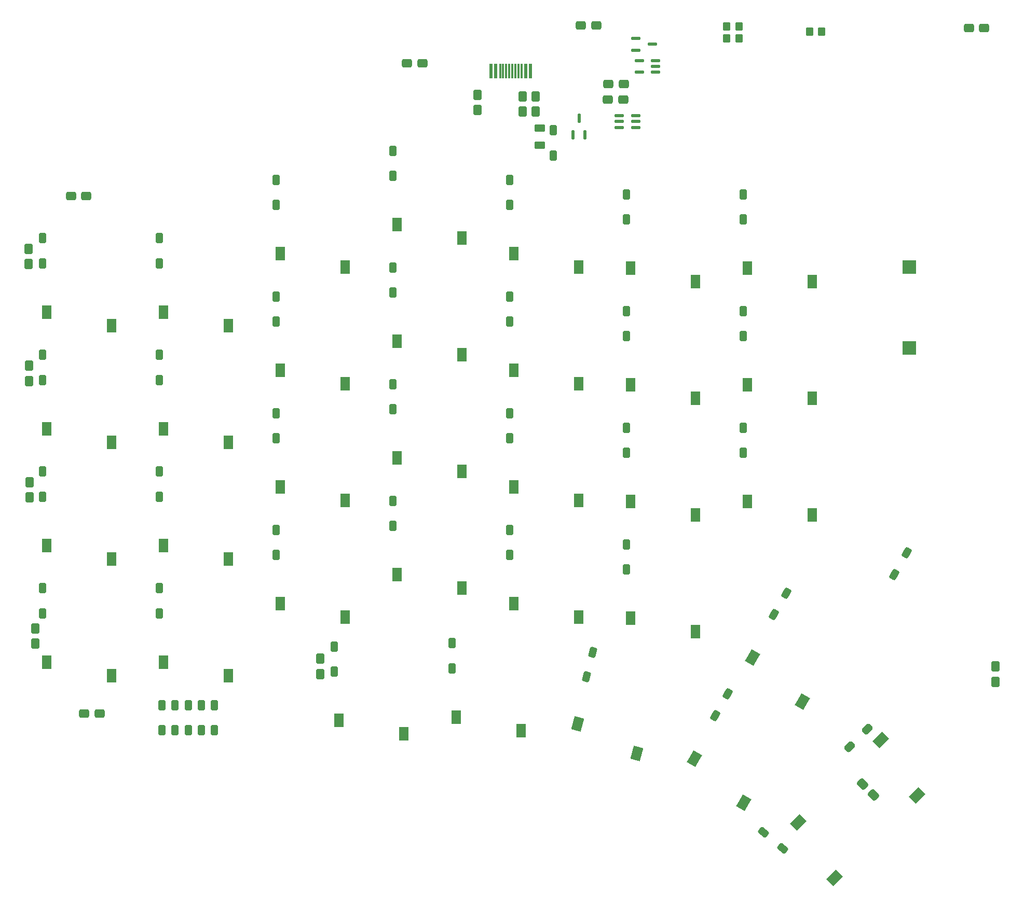
<source format=gbr>
%TF.GenerationSoftware,KiCad,Pcbnew,(5.99.0-11414-g76a6177eb7)*%
%TF.CreationDate,2021-12-13T11:53:38+08:00*%
%TF.ProjectId,Rev2,52657632-2e6b-4696-9361-645f70636258,rev?*%
%TF.SameCoordinates,Original*%
%TF.FileFunction,Paste,Bot*%
%TF.FilePolarity,Positive*%
%FSLAX46Y46*%
G04 Gerber Fmt 4.6, Leading zero omitted, Abs format (unit mm)*
G04 Created by KiCad (PCBNEW (5.99.0-11414-g76a6177eb7)) date 2021-12-13 11:53:38*
%MOMM*%
%LPD*%
G01*
G04 APERTURE LIST*
G04 Aperture macros list*
%AMRoundRect*
0 Rectangle with rounded corners*
0 $1 Rounding radius*
0 $2 $3 $4 $5 $6 $7 $8 $9 X,Y pos of 4 corners*
0 Add a 4 corners polygon primitive as box body*
4,1,4,$2,$3,$4,$5,$6,$7,$8,$9,$2,$3,0*
0 Add four circle primitives for the rounded corners*
1,1,$1+$1,$2,$3*
1,1,$1+$1,$4,$5*
1,1,$1+$1,$6,$7*
1,1,$1+$1,$8,$9*
0 Add four rect primitives between the rounded corners*
20,1,$1+$1,$2,$3,$4,$5,0*
20,1,$1+$1,$4,$5,$6,$7,0*
20,1,$1+$1,$6,$7,$8,$9,0*
20,1,$1+$1,$8,$9,$2,$3,0*%
%AMRotRect*
0 Rectangle, with rotation*
0 The origin of the aperture is its center*
0 $1 length*
0 $2 width*
0 $3 Rotation angle, in degrees counterclockwise*
0 Add horizontal line*
21,1,$1,$2,0,0,$3*%
G04 Aperture macros list end*
%ADD10RoundRect,0.350000X0.350000X-0.500500X0.350000X0.500500X-0.350000X0.500500X-0.350000X-0.500500X0*%
%ADD11RoundRect,0.300000X0.300000X-0.550500X0.300000X0.550500X-0.300000X0.550500X-0.300000X-0.550500X0*%
%ADD12R,1.600000X2.200000*%
%ADD13RoundRect,0.350000X-0.350000X0.500500X-0.350000X-0.500500X0.350000X-0.500500X0.350000X0.500500X0*%
%ADD14RoundRect,0.350000X-0.500500X-0.350000X0.500500X-0.350000X0.500500X0.350000X-0.500500X0.350000X0*%
%ADD15RoundRect,0.300000X-0.300000X0.550500X-0.300000X-0.550500X0.300000X-0.550500X0.300000X0.550500X0*%
%ADD16RoundRect,0.350000X0.500500X0.350000X-0.500500X0.350000X-0.500500X-0.350000X0.500500X-0.350000X0*%
%ADD17RotRect,1.600000X2.200000X135.000000*%
%ADD18RoundRect,0.300000X0.147298X-0.609388X0.432258X0.454096X-0.147298X0.609388X-0.432258X-0.454096X0*%
%ADD19RoundRect,0.123750X-0.123750X0.656250X-0.123750X-0.656250X0.123750X-0.656250X0.123750X0.656250X0*%
%ADD20RoundRect,0.123750X-0.656250X-0.123750X0.656250X-0.123750X0.656250X0.123750X-0.656250X0.123750X0*%
%ADD21RoundRect,0.123750X0.656250X0.123750X-0.656250X0.123750X-0.656250X-0.123750X0.656250X-0.123750X0*%
%ADD22RotRect,1.600000X2.200000X150.000000*%
%ADD23RotRect,1.600000X2.200000X165.000000*%
%ADD24RoundRect,0.300000X0.015442X0.626747X-0.535058X-0.326747X-0.015442X-0.626747X0.535058X0.326747X0*%
%ADD25RoundRect,0.350000X0.601394X-0.106420X-0.106420X0.601394X-0.601394X0.106420X0.106420X-0.601394X0*%
%ADD26RoundRect,0.300000X-0.015442X-0.626747X0.535058X0.326747X0.015442X0.626747X-0.535058X-0.326747X0*%
%ADD27R,2.200000X2.200000*%
%ADD28RoundRect,0.300000X0.614544X-0.124041X-0.228871X0.583668X-0.614544X0.124041X0.228871X-0.583668X0*%
%ADD29R,0.570000X2.450000*%
%ADD30R,0.300000X2.450000*%
%ADD31RoundRect,0.300000X-0.177130X-0.601394X0.601394X0.177130X0.177130X0.601394X-0.601394X-0.177130X0*%
%ADD32RoundRect,0.250000X0.625000X-0.375000X0.625000X0.375000X-0.625000X0.375000X-0.625000X-0.375000X0*%
%ADD33RoundRect,0.250000X0.350000X0.450000X-0.350000X0.450000X-0.350000X-0.450000X0.350000X-0.450000X0*%
G04 APERTURE END LIST*
D10*
%TO.C,FB8*%
X224475000Y-139874250D03*
X224475000Y-137372250D03*
%TD*%
D11*
%TO.C,D26*%
X126137500Y-114405500D03*
X126137500Y-110303500D03*
%TD*%
%TO.C,D34*%
X88037500Y-90593000D03*
X88037500Y-86491000D03*
%TD*%
D12*
%TO.C,SW32*%
X80287499Y-81692000D03*
X69687499Y-79492000D03*
%TD*%
%TO.C,SW10*%
X175537500Y-131698250D03*
X164937500Y-129498250D03*
%TD*%
D11*
%TO.C,D20*%
X145187500Y-100118000D03*
X145187500Y-96016000D03*
%TD*%
D13*
%TO.C,C1*%
X66730000Y-69159000D03*
X66730000Y-71661000D03*
%TD*%
D14*
%TO.C,FB2*%
X75789000Y-145030000D03*
X78291000Y-145030000D03*
%TD*%
D11*
%TO.C,D14*%
X164237500Y-83449250D03*
X164237500Y-79347250D03*
%TD*%
D12*
%TO.C,SW18*%
X137437500Y-86454500D03*
X126837500Y-84254500D03*
%TD*%
D15*
%TO.C,D1*%
X97020000Y-143687250D03*
X97020000Y-147789250D03*
%TD*%
D11*
%TO.C,D23*%
X126137500Y-57255500D03*
X126137500Y-53153500D03*
%TD*%
D12*
%TO.C,SW9*%
X175537500Y-112648250D03*
X164937500Y-110448250D03*
%TD*%
D11*
%TO.C,D28*%
X107087500Y-62018000D03*
X107087500Y-57916000D03*
%TD*%
D15*
%TO.C,D4*%
X90620000Y-143687250D03*
X90620000Y-147789250D03*
%TD*%
D12*
%TO.C,SW26*%
X147090000Y-147828250D03*
X136490000Y-145628250D03*
%TD*%
%TO.C,SW12*%
X156487500Y-72167000D03*
X145887500Y-69967000D03*
%TD*%
D16*
%TO.C,FB7*%
X222611000Y-33130000D03*
X220109000Y-33130000D03*
%TD*%
D11*
%TO.C,D40*%
X68987499Y-109642999D03*
X68987499Y-105540999D03*
%TD*%
D17*
%TO.C,SW6*%
X198209322Y-171913724D03*
X192269625Y-162862757D03*
%TD*%
D10*
%TO.C,C5*%
X114275000Y-138599250D03*
X114275000Y-136097250D03*
%TD*%
D11*
%TO.C,D39*%
X68987499Y-90592999D03*
X68987499Y-86490999D03*
%TD*%
D12*
%TO.C,SW22*%
X118387500Y-72167000D03*
X107787500Y-69967000D03*
%TD*%
%TO.C,SW25*%
X118387500Y-129317000D03*
X107787500Y-127117000D03*
%TD*%
%TO.C,SW29*%
X99337500Y-119792000D03*
X88737500Y-117592000D03*
%TD*%
%TO.C,SW20*%
X137437500Y-124554500D03*
X126837500Y-122354500D03*
%TD*%
D18*
%TO.C,D27*%
X157719162Y-139029364D03*
X158780838Y-135067136D03*
%TD*%
D12*
%TO.C,SW24*%
X118387500Y-110267000D03*
X107787500Y-108067000D03*
%TD*%
D15*
%TO.C,D5*%
X88480000Y-143687250D03*
X88480000Y-147789250D03*
%TD*%
D11*
%TO.C,D36*%
X88037500Y-128693000D03*
X88037500Y-124591000D03*
%TD*%
D19*
%TO.C,Q1*%
X157460000Y-50560000D03*
X155560000Y-50560000D03*
X156510000Y-47860000D03*
%TD*%
D14*
%TO.C,FB6*%
X156809000Y-32730000D03*
X159311000Y-32730000D03*
%TD*%
D12*
%TO.C,SW13*%
X156487500Y-91217000D03*
X145887500Y-89017000D03*
%TD*%
D16*
%TO.C,FB5*%
X130941000Y-38920000D03*
X128439000Y-38920000D03*
%TD*%
D20*
%TO.C,U5*%
X169020000Y-38430000D03*
X169020000Y-39380000D03*
X169020000Y-40330000D03*
X166320000Y-40330000D03*
X166320000Y-38430000D03*
%TD*%
D12*
%TO.C,SW3*%
X194587499Y-112648250D03*
X183987499Y-110448250D03*
%TD*%
%TO.C,SW17*%
X137437500Y-67404500D03*
X126837500Y-65204500D03*
%TD*%
D21*
%TO.C,Q2*%
X165750000Y-36730000D03*
X165750000Y-34830000D03*
X168450000Y-35780000D03*
%TD*%
D11*
%TO.C,D33*%
X88037500Y-71543000D03*
X88037500Y-67441000D03*
%TD*%
%TO.C,D13*%
X164237500Y-64399250D03*
X164237500Y-60297250D03*
%TD*%
D22*
%TO.C,SW11*%
X192929245Y-143134267D03*
X184849376Y-135929011D03*
%TD*%
D23*
%TO.C,SW21*%
X165924908Y-151600703D03*
X156255496Y-146732184D03*
%TD*%
D24*
%TO.C,D9*%
X209975500Y-118847032D03*
X207924500Y-122399468D03*
%TD*%
D13*
%TO.C,C4*%
X67790000Y-131139000D03*
X67790000Y-133641000D03*
%TD*%
D25*
%TO.C,FB9*%
X204554591Y-158354591D03*
X202785409Y-156585409D03*
%TD*%
D10*
%TO.C,FB1*%
X139930000Y-46531000D03*
X139930000Y-44029000D03*
%TD*%
D12*
%TO.C,SW14*%
X156487500Y-110267000D03*
X145887500Y-108067000D03*
%TD*%
%TO.C,SW35*%
X80287499Y-138842000D03*
X69687499Y-136642000D03*
%TD*%
%TO.C,SW8*%
X175537500Y-93598250D03*
X164937500Y-91398250D03*
%TD*%
D26*
%TO.C,D22*%
X178704500Y-145424468D03*
X180755500Y-141872032D03*
%TD*%
D14*
%TO.C,FB4*%
X73629000Y-60560000D03*
X76131000Y-60560000D03*
%TD*%
D12*
%TO.C,SW28*%
X99337500Y-100742000D03*
X88737500Y-98542000D03*
%TD*%
D11*
%TO.C,D29*%
X107087500Y-81068000D03*
X107087500Y-76966000D03*
%TD*%
D10*
%TO.C,R7*%
X149430000Y-46771000D03*
X149430000Y-44269000D03*
%TD*%
D17*
%TO.C,SW4*%
X211679706Y-158443341D03*
X205740009Y-149392374D03*
%TD*%
D12*
%TO.C,SW23*%
X118387500Y-91217000D03*
X107787500Y-89017000D03*
%TD*%
%TO.C,SW34*%
X80287499Y-119791999D03*
X69687499Y-117591999D03*
%TD*%
D13*
%TO.C,R6*%
X147270000Y-44269000D03*
X147270000Y-46771000D03*
%TD*%
D14*
%TO.C,R9*%
X161279000Y-42230000D03*
X163781000Y-42230000D03*
%TD*%
D26*
%TO.C,D17*%
X188249500Y-128924468D03*
X190300500Y-125372032D03*
%TD*%
D27*
%TO.C,BZ1*%
X210400000Y-72130000D03*
X210400000Y-85330000D03*
%TD*%
D11*
%TO.C,D30*%
X107087500Y-100118000D03*
X107087500Y-96016000D03*
%TD*%
%TO.C,D38*%
X68987499Y-71543000D03*
X68987499Y-67441000D03*
%TD*%
%TO.C,D31*%
X107087500Y-119168000D03*
X107087500Y-115066000D03*
%TD*%
%TO.C,D15*%
X164237500Y-102499250D03*
X164237500Y-98397250D03*
%TD*%
%TO.C,D8*%
X183287499Y-102499250D03*
X183287499Y-98397250D03*
%TD*%
D12*
%TO.C,SW15*%
X156487500Y-129317000D03*
X145887500Y-127117000D03*
%TD*%
D11*
%TO.C,D7*%
X183287499Y-83449250D03*
X183287499Y-79347250D03*
%TD*%
D12*
%TO.C,SW2*%
X194587499Y-93598250D03*
X183987499Y-91398250D03*
%TD*%
D21*
%TO.C,U4*%
X163080000Y-49350000D03*
X163080000Y-48400000D03*
X163080000Y-47450000D03*
X165780000Y-47450000D03*
X165780000Y-48400000D03*
X165780000Y-49350000D03*
%TD*%
D12*
%TO.C,SW31*%
X127912500Y-148367000D03*
X117312500Y-146167000D03*
%TD*%
D28*
%TO.C,D11*%
X189696157Y-167066607D03*
X186553843Y-164429893D03*
%TD*%
D12*
%TO.C,SW19*%
X137437500Y-105504500D03*
X126837500Y-103304500D03*
%TD*%
D14*
%TO.C,R10*%
X161229000Y-44790000D03*
X163731000Y-44790000D03*
%TD*%
D29*
%TO.C,USB1*%
X142155000Y-40155000D03*
X142930000Y-40155000D03*
D30*
X144130000Y-40155000D03*
X145130000Y-40155000D03*
X145630000Y-40155000D03*
D29*
X148605000Y-40155000D03*
X147830000Y-40155000D03*
D30*
X147130000Y-40155000D03*
X146130000Y-40155000D03*
X144630000Y-40155000D03*
X146630000Y-40155000D03*
X143630000Y-40155000D03*
%TD*%
D12*
%TO.C,SW30*%
X99337500Y-138842000D03*
X88737500Y-136642000D03*
%TD*%
D31*
%TO.C,D10*%
X200649724Y-150473526D03*
X203550276Y-147572974D03*
%TD*%
D11*
%TO.C,D35*%
X88037500Y-109643000D03*
X88037500Y-105541000D03*
%TD*%
D15*
%TO.C,D2*%
X94880000Y-143687250D03*
X94880000Y-147789250D03*
%TD*%
D11*
%TO.C,D32*%
X135790000Y-137679250D03*
X135790000Y-133577250D03*
%TD*%
D12*
%TO.C,SW1*%
X194587499Y-74548250D03*
X183987499Y-72348250D03*
%TD*%
D22*
%TO.C,SW16*%
X183404245Y-159632050D03*
X175324376Y-152426794D03*
%TD*%
D13*
%TO.C,C2*%
X66830000Y-88249000D03*
X66830000Y-90751000D03*
%TD*%
D11*
%TO.C,D24*%
X126137500Y-76305500D03*
X126137500Y-72203500D03*
%TD*%
%TO.C,D37*%
X116612500Y-138218000D03*
X116612500Y-134116000D03*
%TD*%
D12*
%TO.C,SW33*%
X80287499Y-100741999D03*
X69687499Y-98541999D03*
%TD*%
%TO.C,SW7*%
X175537500Y-74548250D03*
X164937500Y-72348250D03*
%TD*%
%TO.C,SW27*%
X99337500Y-81692000D03*
X88737500Y-79492000D03*
%TD*%
D11*
%TO.C,D12*%
X152340000Y-53921000D03*
X152340000Y-49819000D03*
%TD*%
%TO.C,D41*%
X68987499Y-128693000D03*
X68987499Y-124591000D03*
%TD*%
%TO.C,D18*%
X145187500Y-62018000D03*
X145187500Y-57916000D03*
%TD*%
%TO.C,D19*%
X145187500Y-81068000D03*
X145187500Y-76966000D03*
%TD*%
D15*
%TO.C,D3*%
X92760000Y-143687250D03*
X92760000Y-147789250D03*
%TD*%
D11*
%TO.C,D21*%
X145187500Y-119168000D03*
X145187500Y-115066000D03*
%TD*%
%TO.C,D6*%
X183287499Y-64399250D03*
X183287499Y-60297250D03*
%TD*%
D13*
%TO.C,C3*%
X66840000Y-107279000D03*
X66840000Y-109781000D03*
%TD*%
D11*
%TO.C,D16*%
X164237500Y-121549250D03*
X164237500Y-117447250D03*
%TD*%
%TO.C,D25*%
X126137500Y-95355500D03*
X126137500Y-91253500D03*
%TD*%
D32*
%TO.C,F1*%
X150110000Y-52270000D03*
X150110000Y-49470000D03*
%TD*%
D33*
%TO.C,R4*%
X182620000Y-32845000D03*
X180620000Y-32845000D03*
%TD*%
%TO.C,R8*%
X196100000Y-33700000D03*
X194100000Y-33700000D03*
%TD*%
%TO.C,R5*%
X182620000Y-34820000D03*
X180620000Y-34820000D03*
%TD*%
M02*

</source>
